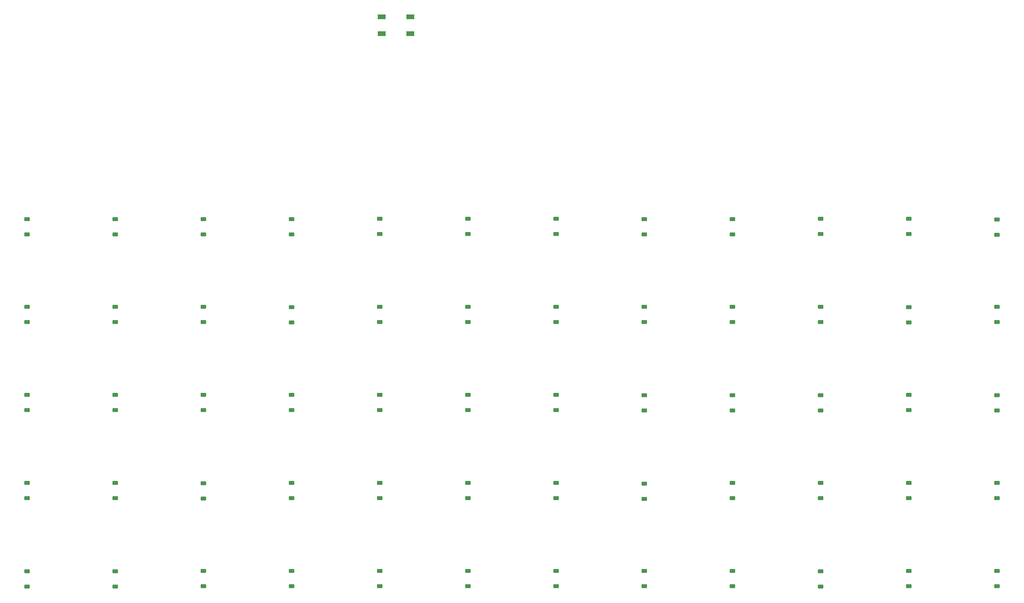
<source format=gbr>
%TF.GenerationSoftware,KiCad,Pcbnew,8.0.4*%
%TF.CreationDate,2024-09-02T18:18:05-04:00*%
%TF.ProjectId,BTKeyboardAttempt,42544b65-7962-46f6-9172-64417474656d,rev?*%
%TF.SameCoordinates,Original*%
%TF.FileFunction,Paste,Bot*%
%TF.FilePolarity,Positive*%
%FSLAX46Y46*%
G04 Gerber Fmt 4.6, Leading zero omitted, Abs format (unit mm)*
G04 Created by KiCad (PCBNEW 8.0.4) date 2024-09-02 18:18:05*
%MOMM*%
%LPD*%
G01*
G04 APERTURE LIST*
G04 Aperture macros list*
%AMRoundRect*
0 Rectangle with rounded corners*
0 $1 Rounding radius*
0 $2 $3 $4 $5 $6 $7 $8 $9 X,Y pos of 4 corners*
0 Add a 4 corners polygon primitive as box body*
4,1,4,$2,$3,$4,$5,$6,$7,$8,$9,$2,$3,0*
0 Add four circle primitives for the rounded corners*
1,1,$1+$1,$2,$3*
1,1,$1+$1,$4,$5*
1,1,$1+$1,$6,$7*
1,1,$1+$1,$8,$9*
0 Add four rect primitives between the rounded corners*
20,1,$1+$1,$2,$3,$4,$5,0*
20,1,$1+$1,$4,$5,$6,$7,0*
20,1,$1+$1,$6,$7,$8,$9,0*
20,1,$1+$1,$8,$9,$2,$3,0*%
G04 Aperture macros list end*
%ADD10RoundRect,0.225000X0.375000X-0.225000X0.375000X0.225000X-0.375000X0.225000X-0.375000X-0.225000X0*%
%ADD11R,1.800000X1.100000*%
G04 APERTURE END LIST*
D10*
%TO.C,D11*%
X91281250Y-61975000D03*
X91281250Y-58675000D03*
%TD*%
%TO.C,D3*%
X53181250Y-80962500D03*
X53181250Y-77662500D03*
%TD*%
%TO.C,D28*%
X148431250Y-100012500D03*
X148431250Y-96712500D03*
%TD*%
%TO.C,D32*%
X167481250Y-80962500D03*
X167481250Y-77662500D03*
%TD*%
%TO.C,D12*%
X91281250Y-80962500D03*
X91281250Y-77662500D03*
%TD*%
%TO.C,D43*%
X205581250Y-100075000D03*
X205581250Y-96775000D03*
%TD*%
%TO.C,D40*%
X186531250Y-138112500D03*
X186531250Y-134812500D03*
%TD*%
%TO.C,D38*%
X186531250Y-100075000D03*
X186531250Y-96775000D03*
%TD*%
%TO.C,D49*%
X224631250Y-119062500D03*
X224631250Y-115762500D03*
%TD*%
%TO.C,D51*%
X243681250Y-61912500D03*
X243681250Y-58612500D03*
%TD*%
%TO.C,D53*%
X243681250Y-100012500D03*
X243681250Y-96712500D03*
%TD*%
%TO.C,D60*%
X262731250Y-138112500D03*
X262731250Y-134812500D03*
%TD*%
%TO.C,D5*%
X53181250Y-100012500D03*
X53181250Y-96712500D03*
%TD*%
%TO.C,D14*%
X91281250Y-119125000D03*
X91281250Y-115825000D03*
%TD*%
%TO.C,D50*%
X224631250Y-138175000D03*
X224631250Y-134875000D03*
%TD*%
%TO.C,D48*%
X224631250Y-100075000D03*
X224631250Y-96775000D03*
%TD*%
%TO.C,D10*%
X72231250Y-138175000D03*
X72231250Y-134875000D03*
%TD*%
%TO.C,D7*%
X53181250Y-119062500D03*
X53181250Y-115762500D03*
%TD*%
%TO.C,D26*%
X148431250Y-61912500D03*
X148431250Y-58612500D03*
%TD*%
%TO.C,D15*%
X91281250Y-138112500D03*
X91281250Y-134812500D03*
%TD*%
%TO.C,D9*%
X53181250Y-138175000D03*
X53181250Y-134875000D03*
%TD*%
%TO.C,D59*%
X262731250Y-119062500D03*
X262731250Y-115762500D03*
%TD*%
%TO.C,D19*%
X110331250Y-119062500D03*
X110331250Y-115762500D03*
%TD*%
%TO.C,D36*%
X186531250Y-61975000D03*
X186531250Y-58675000D03*
%TD*%
%TO.C,D22*%
X129381250Y-80962500D03*
X129381250Y-77662500D03*
%TD*%
%TO.C,D25*%
X129381250Y-138112500D03*
X129381250Y-134812500D03*
%TD*%
%TO.C,D23*%
X129381250Y-100012500D03*
X129381250Y-96712500D03*
%TD*%
%TO.C,D6*%
X72231250Y-100012500D03*
X72231250Y-96712500D03*
%TD*%
%TO.C,D2*%
X72231250Y-61975000D03*
X72231250Y-58675000D03*
%TD*%
%TO.C,D8*%
X72231250Y-119062500D03*
X72231250Y-115762500D03*
%TD*%
%TO.C,D4*%
X72231250Y-80962500D03*
X72231250Y-77662500D03*
%TD*%
%TO.C,D41*%
X205581250Y-61975000D03*
X205581250Y-58675000D03*
%TD*%
%TO.C,D16*%
X110331250Y-61975000D03*
X110331250Y-58675000D03*
%TD*%
%TO.C,D35*%
X167481250Y-138112500D03*
X167481250Y-134812500D03*
%TD*%
%TO.C,D45*%
X205581250Y-138112500D03*
X205581250Y-134812500D03*
%TD*%
%TO.C,D31*%
X167481250Y-61912500D03*
X167481250Y-58612500D03*
%TD*%
%TO.C,D1*%
X53181250Y-61975000D03*
X53181250Y-58675000D03*
%TD*%
%TO.C,D44*%
X205581250Y-119062500D03*
X205581250Y-115762500D03*
%TD*%
%TO.C,D18*%
X110331250Y-100012500D03*
X110331250Y-96712500D03*
%TD*%
%TO.C,D55*%
X243681250Y-138112500D03*
X243681250Y-134812500D03*
%TD*%
%TO.C,D39*%
X186531250Y-119187500D03*
X186531250Y-115887500D03*
%TD*%
%TO.C,D21*%
X129381250Y-61912500D03*
X129381250Y-58612500D03*
%TD*%
%TO.C,D13*%
X91281250Y-100012500D03*
X91281250Y-96712500D03*
%TD*%
%TO.C,D56*%
X262731250Y-62037500D03*
X262731250Y-58737500D03*
%TD*%
%TO.C,D37*%
X186531250Y-80962500D03*
X186531250Y-77662500D03*
%TD*%
%TO.C,D20*%
X110331250Y-138112500D03*
X110331250Y-134812500D03*
%TD*%
%TO.C,D29*%
X148431250Y-119062500D03*
X148431250Y-115762500D03*
%TD*%
%TO.C,D30*%
X148431250Y-138112500D03*
X148431250Y-134812500D03*
%TD*%
%TO.C,D52*%
X243681250Y-81025000D03*
X243681250Y-77725000D03*
%TD*%
D11*
%TO.C,SW1*%
X136000000Y-14881250D03*
X129800000Y-18581250D03*
X136000000Y-18581250D03*
X129800000Y-14881250D03*
%TD*%
D10*
%TO.C,D57*%
X262731250Y-80962500D03*
X262731250Y-77662500D03*
%TD*%
%TO.C,D42*%
X205581250Y-80962500D03*
X205581250Y-77662500D03*
%TD*%
%TO.C,D47*%
X224631250Y-80962500D03*
X224631250Y-77662500D03*
%TD*%
%TO.C,D27*%
X148431250Y-80962500D03*
X148431250Y-77662500D03*
%TD*%
%TO.C,D58*%
X262731250Y-100075000D03*
X262731250Y-96775000D03*
%TD*%
%TO.C,D24*%
X129381250Y-119062500D03*
X129381250Y-115762500D03*
%TD*%
%TO.C,D46*%
X224631250Y-61912500D03*
X224631250Y-58612500D03*
%TD*%
%TO.C,D17*%
X110331250Y-81025000D03*
X110331250Y-77725000D03*
%TD*%
%TO.C,D54*%
X243681250Y-119062500D03*
X243681250Y-115762500D03*
%TD*%
%TO.C,D34*%
X167481250Y-119062500D03*
X167481250Y-115762500D03*
%TD*%
%TO.C,D33*%
X167481250Y-100012500D03*
X167481250Y-96712500D03*
%TD*%
M02*

</source>
